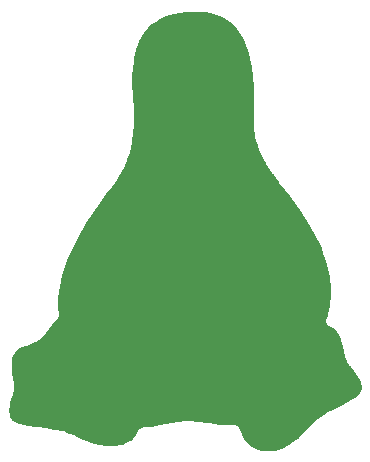
<source format=gbr>
G04 #@! TF.GenerationSoftware,KiCad,Pcbnew,(5.1.5)-3*
G04 #@! TF.CreationDate,2020-04-16T17:00:03+04:00*
G04 #@! TF.ProjectId,drawing,64726177-696e-4672-9e6b-696361645f70,rev?*
G04 #@! TF.SameCoordinates,Original*
G04 #@! TF.FileFunction,Copper,L2,Bot*
G04 #@! TF.FilePolarity,Positive*
%FSLAX46Y46*%
G04 Gerber Fmt 4.6, Leading zero omitted, Abs format (unit mm)*
G04 Created by KiCad (PCBNEW (5.1.5)-3) date 2020-04-16 17:00:03*
%MOMM*%
%LPD*%
G04 APERTURE LIST*
%ADD10C,0.254000*%
G04 APERTURE END LIST*
D10*
G36*
X110144695Y-67759982D02*
G01*
X110594522Y-67809175D01*
X111007040Y-67887564D01*
X111384417Y-67992752D01*
X111729142Y-68122604D01*
X112043972Y-68275387D01*
X112331704Y-68449834D01*
X112594965Y-68645109D01*
X112836114Y-68860765D01*
X113057027Y-69096495D01*
X113259102Y-69351947D01*
X113443381Y-69626628D01*
X113610608Y-69919769D01*
X113761377Y-70230322D01*
X113896220Y-70556988D01*
X114015680Y-70898248D01*
X114120367Y-71252444D01*
X114210968Y-71617845D01*
X114288233Y-71992595D01*
X114352202Y-72370149D01*
X114448658Y-73155621D01*
X114505879Y-73942950D01*
X114533048Y-74723610D01*
X114539013Y-75482881D01*
X114524315Y-76865639D01*
X114523440Y-76877340D01*
X114523957Y-76899280D01*
X114523724Y-76921203D01*
X114524749Y-76932880D01*
X114533773Y-77315815D01*
X114533646Y-77339548D01*
X114534564Y-77349413D01*
X114534798Y-77359323D01*
X114537682Y-77382897D01*
X114572971Y-77761912D01*
X114574476Y-77785526D01*
X114576090Y-77795413D01*
X114577017Y-77805368D01*
X114581502Y-77828564D01*
X114640914Y-78192479D01*
X114643940Y-78215420D01*
X114646334Y-78225674D01*
X114648028Y-78236053D01*
X114653971Y-78258394D01*
X114735503Y-78607676D01*
X114739825Y-78629450D01*
X114743140Y-78640394D01*
X114745743Y-78651545D01*
X114752891Y-78672584D01*
X114854419Y-79007760D01*
X114859740Y-79028006D01*
X114864165Y-79039937D01*
X114867854Y-79052114D01*
X114875856Y-79071455D01*
X114995237Y-79393302D01*
X115001203Y-79411704D01*
X115006919Y-79424797D01*
X115011897Y-79438216D01*
X115020384Y-79455635D01*
X115155444Y-79764970D01*
X115161705Y-79781369D01*
X115168892Y-79795771D01*
X115175338Y-79810534D01*
X115183911Y-79825866D01*
X115332558Y-80123731D01*
X115338782Y-80138041D01*
X115347570Y-80153810D01*
X115355632Y-80169966D01*
X115363937Y-80183182D01*
X115524160Y-80470701D01*
X115530056Y-80482913D01*
X115540521Y-80500061D01*
X115550308Y-80517623D01*
X115558044Y-80528772D01*
X115730366Y-80811129D01*
X115738091Y-80825371D01*
X115747896Y-80839852D01*
X115756991Y-80854755D01*
X115766731Y-80867671D01*
X116162274Y-81451866D01*
X116169812Y-81464449D01*
X116181131Y-81479717D01*
X116191779Y-81495444D01*
X116201148Y-81506719D01*
X116620769Y-82072753D01*
X116624270Y-82078350D01*
X116640789Y-82099759D01*
X116656908Y-82121502D01*
X116661345Y-82126399D01*
X117092995Y-82685822D01*
X117097398Y-82692508D01*
X117113539Y-82712447D01*
X117129211Y-82732758D01*
X117134700Y-82738587D01*
X117545257Y-83245748D01*
X117986906Y-83819154D01*
X118436498Y-84439868D01*
X118882858Y-85103620D01*
X119314888Y-85806073D01*
X119721506Y-86542665D01*
X120094294Y-87313892D01*
X120260552Y-87701991D01*
X120414193Y-88096375D01*
X120636636Y-88759102D01*
X120814228Y-89429353D01*
X120944266Y-90115173D01*
X120987908Y-90450799D01*
X121018287Y-90794167D01*
X121033964Y-91138706D01*
X121034324Y-91484251D01*
X121018745Y-91830651D01*
X120986593Y-92177805D01*
X120937202Y-92525689D01*
X120869889Y-92874206D01*
X120783927Y-93223359D01*
X120675685Y-93582644D01*
X120657180Y-93639378D01*
X120652244Y-93680679D01*
X120644206Y-93721494D01*
X120644256Y-93747516D01*
X120641167Y-93773358D01*
X120644384Y-93814833D01*
X120644463Y-93856426D01*
X120649589Y-93881940D01*
X120651601Y-93907887D01*
X120662846Y-93947933D01*
X120671039Y-93988717D01*
X120681044Y-94012742D01*
X120688079Y-94037795D01*
X120706921Y-94074879D01*
X120722913Y-94113280D01*
X120737412Y-94134890D01*
X120749200Y-94158091D01*
X120774913Y-94190784D01*
X120798091Y-94225330D01*
X120816532Y-94243701D01*
X120832616Y-94264151D01*
X120864210Y-94291197D01*
X120893685Y-94320560D01*
X120915353Y-94334978D01*
X120935120Y-94351900D01*
X120971391Y-94372267D01*
X121006021Y-94395311D01*
X121061188Y-94418039D01*
X121177553Y-94469096D01*
X121273815Y-94521887D01*
X121370435Y-94586908D01*
X121465953Y-94664699D01*
X121573975Y-94773893D01*
X121659904Y-94889191D01*
X121737859Y-95025491D01*
X121808423Y-95183558D01*
X121871855Y-95361917D01*
X121928036Y-95554437D01*
X122033229Y-95993349D01*
X122130752Y-96415288D01*
X122133225Y-96429582D01*
X122138316Y-96448014D01*
X122142631Y-96466683D01*
X122147277Y-96480456D01*
X122237281Y-96806319D01*
X122237364Y-96807399D01*
X122255176Y-96871105D01*
X122263911Y-96902731D01*
X122264302Y-96903746D01*
X122264593Y-96904787D01*
X122276415Y-96935193D01*
X122300258Y-96997096D01*
X122300839Y-96998014D01*
X122393675Y-97236797D01*
X122396167Y-97248533D01*
X122418079Y-97299565D01*
X122425964Y-97319847D01*
X122431358Y-97330493D01*
X122436064Y-97341453D01*
X122446560Y-97360497D01*
X122471669Y-97410052D01*
X122479078Y-97419494D01*
X122506988Y-97470131D01*
X122510669Y-97480557D01*
X122539500Y-97529119D01*
X122550457Y-97548998D01*
X122556685Y-97558063D01*
X122562293Y-97567510D01*
X122575727Y-97585783D01*
X122607715Y-97632348D01*
X122615634Y-97640065D01*
X122645007Y-97680020D01*
X122651560Y-97692620D01*
X122678522Y-97726241D01*
X122683267Y-97733131D01*
X122689338Y-97740321D01*
X122695320Y-97748457D01*
X122702494Y-97756440D01*
X122709990Y-97765994D01*
X122712529Y-97768647D01*
X122714824Y-97771509D01*
X122721077Y-97777904D01*
X122975415Y-98079088D01*
X123191864Y-98362357D01*
X123363889Y-98618528D01*
X123493157Y-98846850D01*
X123582608Y-99046562D01*
X123636938Y-99217877D01*
X123662438Y-99363658D01*
X123665327Y-99488831D01*
X123650210Y-99595258D01*
X123619531Y-99690070D01*
X123570693Y-99784933D01*
X123499505Y-99884597D01*
X123403091Y-99989452D01*
X123281106Y-100097700D01*
X123135368Y-100207155D01*
X122972660Y-100313727D01*
X122571780Y-100542124D01*
X122115805Y-100776229D01*
X121133382Y-101278032D01*
X121117018Y-101285467D01*
X121103441Y-101293325D01*
X121089472Y-101300460D01*
X121074347Y-101310164D01*
X120597568Y-101586108D01*
X120576242Y-101597681D01*
X120568435Y-101602969D01*
X120560294Y-101607681D01*
X120540639Y-101621797D01*
X120076603Y-101936121D01*
X120056264Y-101949087D01*
X120048760Y-101954980D01*
X120040865Y-101960328D01*
X120022329Y-101975738D01*
X119812714Y-102140355D01*
X119797023Y-102151650D01*
X119786252Y-102161137D01*
X119774984Y-102169986D01*
X119761046Y-102183337D01*
X119562369Y-102358328D01*
X119545588Y-102372100D01*
X119537142Y-102380547D01*
X119528179Y-102388441D01*
X119513373Y-102404318D01*
X119322044Y-102595661D01*
X119304608Y-102612142D01*
X119298269Y-102619438D01*
X119291439Y-102626268D01*
X119276224Y-102644809D01*
X119086629Y-102863011D01*
X118712593Y-103282445D01*
X118335583Y-103639651D01*
X117948692Y-103946506D01*
X117556289Y-104202511D01*
X117162790Y-104407414D01*
X116772552Y-104561307D01*
X116389704Y-104664698D01*
X116007240Y-104720048D01*
X115839088Y-104727842D01*
X115664454Y-104723752D01*
X115493763Y-104707523D01*
X115327357Y-104679349D01*
X115165481Y-104639370D01*
X115008360Y-104587675D01*
X114856145Y-104524268D01*
X114708973Y-104449064D01*
X114566971Y-104361876D01*
X114430292Y-104262414D01*
X114299100Y-104150268D01*
X114173681Y-104024974D01*
X114054384Y-103885987D01*
X113941670Y-103732731D01*
X113836128Y-103564648D01*
X113738330Y-103380999D01*
X113659177Y-103197982D01*
X113611985Y-103038385D01*
X113611126Y-103030829D01*
X113592887Y-102973799D01*
X113585473Y-102948725D01*
X113582625Y-102941711D01*
X113570024Y-102902309D01*
X113557305Y-102879349D01*
X113547431Y-102855030D01*
X113524688Y-102820471D01*
X113504638Y-102784276D01*
X113487684Y-102764238D01*
X113473256Y-102742314D01*
X113444204Y-102712851D01*
X113417481Y-102681268D01*
X113396946Y-102664925D01*
X113378516Y-102646234D01*
X113344278Y-102623007D01*
X113311904Y-102597242D01*
X113288570Y-102585217D01*
X113266853Y-102570484D01*
X113228741Y-102554383D01*
X113191962Y-102535428D01*
X113166738Y-102528188D01*
X113142557Y-102517972D01*
X113102032Y-102509615D01*
X113062266Y-102498201D01*
X113036108Y-102496021D01*
X113010404Y-102490720D01*
X112969030Y-102490429D01*
X112961492Y-102489801D01*
X112935382Y-102490193D01*
X112875475Y-102489772D01*
X112868001Y-102491204D01*
X112372494Y-102498641D01*
X111854914Y-102469178D01*
X111343773Y-102413319D01*
X110868455Y-102346804D01*
X110867043Y-102346469D01*
X110834943Y-102342115D01*
X110803232Y-102337677D01*
X110801798Y-102337618D01*
X109878272Y-102212339D01*
X109856567Y-102208641D01*
X109844953Y-102207820D01*
X109833419Y-102206255D01*
X109811422Y-102205448D01*
X109377063Y-102174730D01*
X109345895Y-102172327D01*
X109343735Y-102172373D01*
X109341559Y-102172219D01*
X109310083Y-102173087D01*
X108902161Y-102181749D01*
X108881555Y-102181403D01*
X108868556Y-102182463D01*
X108855513Y-102182740D01*
X108835047Y-102185196D01*
X108288079Y-102229800D01*
X108272180Y-102230270D01*
X108254562Y-102232533D01*
X108236866Y-102233976D01*
X108221222Y-102236815D01*
X107729057Y-102300031D01*
X107712693Y-102301301D01*
X107695702Y-102304316D01*
X107678595Y-102306513D01*
X107662607Y-102310188D01*
X106784254Y-102466034D01*
X106781350Y-102466284D01*
X106751058Y-102471924D01*
X106720854Y-102477283D01*
X106718060Y-102478068D01*
X105971433Y-102617078D01*
X105651894Y-102658749D01*
X105342694Y-102675376D01*
X105289490Y-102676022D01*
X105242457Y-102685973D01*
X105194937Y-102693248D01*
X105176583Y-102699911D01*
X105157481Y-102703953D01*
X105113296Y-102722887D01*
X105068103Y-102739294D01*
X105051401Y-102749410D01*
X105033456Y-102757100D01*
X104993815Y-102784289D01*
X104952689Y-102809199D01*
X104938281Y-102822380D01*
X104922182Y-102833422D01*
X104888605Y-102867825D01*
X104853132Y-102900277D01*
X104841572Y-102916015D01*
X104827936Y-102929987D01*
X104801719Y-102970275D01*
X104773255Y-103009027D01*
X104750725Y-103057240D01*
X104628216Y-103293293D01*
X104497917Y-103483270D01*
X104348071Y-103652794D01*
X104178899Y-103802911D01*
X103990455Y-103933965D01*
X103782904Y-104045641D01*
X103556695Y-104137123D01*
X103316587Y-104206151D01*
X102939314Y-104270366D01*
X102536124Y-104292474D01*
X102105823Y-104271550D01*
X101652491Y-104206342D01*
X101180521Y-104096087D01*
X100694381Y-103940434D01*
X100198472Y-103739338D01*
X99687914Y-103488458D01*
X99430420Y-103360116D01*
X99410924Y-103349569D01*
X99400331Y-103345119D01*
X99390049Y-103339994D01*
X99369341Y-103332100D01*
X99127113Y-103230339D01*
X99109192Y-103221943D01*
X99096141Y-103217327D01*
X99083358Y-103211957D01*
X99064425Y-103206110D01*
X98821074Y-103120043D01*
X98804954Y-103113467D01*
X98789393Y-103108838D01*
X98774071Y-103103419D01*
X98757152Y-103099247D01*
X98507773Y-103025063D01*
X98487438Y-103018216D01*
X98475513Y-103015467D01*
X98463813Y-103011986D01*
X98442794Y-103007923D01*
X97903481Y-102883575D01*
X97883129Y-102878089D01*
X97870723Y-102876022D01*
X97858471Y-102873197D01*
X97837568Y-102870498D01*
X97299870Y-102780907D01*
X97285728Y-102777730D01*
X97266735Y-102775386D01*
X97247824Y-102772235D01*
X97233337Y-102771264D01*
X96138867Y-102636189D01*
X95628676Y-102568855D01*
X95168170Y-102486995D01*
X94973616Y-102440329D01*
X94793202Y-102385500D01*
X94634619Y-102323820D01*
X94499995Y-102256243D01*
X94389698Y-102184064D01*
X94301512Y-102107719D01*
X94230856Y-102024918D01*
X94172184Y-101928273D01*
X94125011Y-101812538D01*
X94091315Y-101673256D01*
X94073972Y-101503046D01*
X94077339Y-101296908D01*
X94105685Y-101052785D01*
X94162266Y-100770307D01*
X94249242Y-100449737D01*
X94371829Y-100079608D01*
X94381696Y-100050668D01*
X94382382Y-100047746D01*
X94383326Y-100044894D01*
X94390051Y-100015054D01*
X94411676Y-99922871D01*
X94414788Y-99915587D01*
X94427057Y-99857304D01*
X94432957Y-99832152D01*
X94433997Y-99824334D01*
X94435618Y-99816633D01*
X94438431Y-99791004D01*
X94446291Y-99731912D01*
X94445783Y-99724003D01*
X94451356Y-99673223D01*
X94453759Y-99664882D01*
X94458705Y-99606254D01*
X94461438Y-99581351D01*
X94461534Y-99572723D01*
X94462260Y-99564117D01*
X94461909Y-99539048D01*
X94462563Y-99480234D01*
X94460965Y-99471704D01*
X94456540Y-99155997D01*
X94456247Y-99124176D01*
X94456071Y-99122544D01*
X94456048Y-99120895D01*
X94452475Y-99089179D01*
X94409990Y-98695050D01*
X94409397Y-98682292D01*
X94406383Y-98661596D01*
X94404145Y-98640830D01*
X94401541Y-98628343D01*
X94340643Y-98210114D01*
X94282242Y-97772909D01*
X94266185Y-97578141D01*
X94261779Y-97393203D01*
X94271014Y-97223879D01*
X94294638Y-97071168D01*
X94333019Y-96933988D01*
X94391415Y-96799497D01*
X94480909Y-96647884D01*
X94576795Y-96524322D01*
X94681518Y-96419129D01*
X94796662Y-96327269D01*
X94923567Y-96245500D01*
X95055091Y-96175792D01*
X95381490Y-96039549D01*
X95699646Y-95925781D01*
X95709243Y-95923080D01*
X95731293Y-95914464D01*
X95753610Y-95906484D01*
X95762633Y-95902219D01*
X96013307Y-95804271D01*
X96016662Y-95803640D01*
X96076069Y-95779748D01*
X96104303Y-95768716D01*
X96107332Y-95767175D01*
X96110482Y-95765908D01*
X96137342Y-95751906D01*
X96194430Y-95722859D01*
X96197113Y-95720746D01*
X96391168Y-95619584D01*
X96403389Y-95615513D01*
X96450877Y-95588457D01*
X96469399Y-95578801D01*
X96480132Y-95571789D01*
X96491252Y-95565453D01*
X96508275Y-95553401D01*
X96554055Y-95523491D01*
X96563260Y-95514474D01*
X96603415Y-95486046D01*
X96609141Y-95483364D01*
X96658403Y-95447116D01*
X96680775Y-95431278D01*
X96685528Y-95427158D01*
X96690590Y-95423433D01*
X96710958Y-95405112D01*
X96757184Y-95365039D01*
X96761062Y-95360045D01*
X96802122Y-95323112D01*
X96817183Y-95313056D01*
X96852163Y-95278101D01*
X96863823Y-95267613D01*
X96875980Y-95254301D01*
X96888713Y-95241577D01*
X96898653Y-95229473D01*
X96932015Y-95192942D01*
X96941385Y-95177442D01*
X97148458Y-94925305D01*
X97162268Y-94909719D01*
X97169816Y-94899298D01*
X97177966Y-94889375D01*
X97189521Y-94872095D01*
X97427969Y-94542909D01*
X97675109Y-94204823D01*
X97928625Y-93898970D01*
X98032363Y-93794939D01*
X98035089Y-93793074D01*
X98079939Y-93747228D01*
X98101425Y-93725682D01*
X98103508Y-93723137D01*
X98129448Y-93696621D01*
X98146128Y-93671055D01*
X98165467Y-93647423D01*
X98182910Y-93614678D01*
X98203178Y-93583613D01*
X98214552Y-93555278D01*
X98228906Y-93528333D01*
X98239623Y-93492823D01*
X98253445Y-93458392D01*
X98259073Y-93428381D01*
X98267894Y-93399155D01*
X98271478Y-93362236D01*
X98278316Y-93325771D01*
X98277981Y-93295235D01*
X98280930Y-93264854D01*
X98277243Y-93227951D01*
X98277207Y-93224654D01*
X98273884Y-93194333D01*
X98267516Y-93130589D01*
X98266554Y-93127433D01*
X98222839Y-92728494D01*
X98206550Y-92283290D01*
X98220517Y-91829994D01*
X98263434Y-91369648D01*
X98333925Y-90903446D01*
X98430505Y-90432754D01*
X98551603Y-89958939D01*
X98695444Y-89483793D01*
X98871095Y-88979332D01*
X99068191Y-88476607D01*
X99284703Y-87976867D01*
X99518398Y-87481786D01*
X99767050Y-86992906D01*
X100026476Y-86515311D01*
X100580169Y-85578883D01*
X101154384Y-84696020D01*
X101732799Y-83874597D01*
X102296645Y-83126290D01*
X102791521Y-82507150D01*
X102792755Y-82506100D01*
X102833501Y-82454629D01*
X102853633Y-82429441D01*
X102854518Y-82428079D01*
X102855520Y-82426813D01*
X102872866Y-82399837D01*
X102908723Y-82344642D01*
X102909325Y-82343134D01*
X103272005Y-81779083D01*
X103285239Y-81759793D01*
X103290173Y-81750829D01*
X103295715Y-81742209D01*
X103306394Y-81721355D01*
X103630709Y-81132077D01*
X103643643Y-81109805D01*
X103646920Y-81102621D01*
X103650723Y-81095711D01*
X103660861Y-81072059D01*
X103924219Y-80494715D01*
X103935857Y-80470465D01*
X103938143Y-80464189D01*
X103940925Y-80458090D01*
X103949663Y-80432561D01*
X104157732Y-79861313D01*
X104167333Y-79836548D01*
X104169222Y-79829766D01*
X104171636Y-79823139D01*
X104178249Y-79797360D01*
X104337160Y-79226890D01*
X104344380Y-79203392D01*
X104346179Y-79194513D01*
X104348611Y-79185783D01*
X104352857Y-79161558D01*
X104469363Y-78586579D01*
X104474320Y-78565995D01*
X104476037Y-78553643D01*
X104478515Y-78541414D01*
X104480667Y-78520336D01*
X104562047Y-77934903D01*
X104565187Y-77918314D01*
X104566675Y-77901613D01*
X104568985Y-77884996D01*
X104569660Y-77868116D01*
X104625059Y-77246365D01*
X104628034Y-77215668D01*
X104628030Y-77213025D01*
X104628266Y-77210375D01*
X104627977Y-77179367D01*
X104627222Y-76697257D01*
X104628021Y-76681038D01*
X104627169Y-76663650D01*
X104627142Y-76646224D01*
X104625524Y-76630055D01*
X104598603Y-76080442D01*
X104598742Y-76076863D01*
X104596957Y-76046827D01*
X104595486Y-76016804D01*
X104594962Y-76013265D01*
X104513372Y-74640708D01*
X104489370Y-73882149D01*
X104495821Y-73105118D01*
X104546557Y-72321060D01*
X104591356Y-71943765D01*
X104652295Y-71567789D01*
X104730037Y-71200870D01*
X104825793Y-70845140D01*
X104940665Y-70502618D01*
X105075686Y-70175087D01*
X105231904Y-69863993D01*
X105410462Y-69570480D01*
X105612807Y-69295260D01*
X105840820Y-69038779D01*
X106096960Y-68801352D01*
X106384273Y-68583435D01*
X106706250Y-68385885D01*
X107066631Y-68210109D01*
X107469103Y-68058114D01*
X107917024Y-67932425D01*
X108413402Y-67835882D01*
X108965250Y-67770961D01*
X109316880Y-67749212D01*
X109653290Y-67742417D01*
X110144695Y-67759982D01*
G37*
X110144695Y-67759982D02*
X110594522Y-67809175D01*
X111007040Y-67887564D01*
X111384417Y-67992752D01*
X111729142Y-68122604D01*
X112043972Y-68275387D01*
X112331704Y-68449834D01*
X112594965Y-68645109D01*
X112836114Y-68860765D01*
X113057027Y-69096495D01*
X113259102Y-69351947D01*
X113443381Y-69626628D01*
X113610608Y-69919769D01*
X113761377Y-70230322D01*
X113896220Y-70556988D01*
X114015680Y-70898248D01*
X114120367Y-71252444D01*
X114210968Y-71617845D01*
X114288233Y-71992595D01*
X114352202Y-72370149D01*
X114448658Y-73155621D01*
X114505879Y-73942950D01*
X114533048Y-74723610D01*
X114539013Y-75482881D01*
X114524315Y-76865639D01*
X114523440Y-76877340D01*
X114523957Y-76899280D01*
X114523724Y-76921203D01*
X114524749Y-76932880D01*
X114533773Y-77315815D01*
X114533646Y-77339548D01*
X114534564Y-77349413D01*
X114534798Y-77359323D01*
X114537682Y-77382897D01*
X114572971Y-77761912D01*
X114574476Y-77785526D01*
X114576090Y-77795413D01*
X114577017Y-77805368D01*
X114581502Y-77828564D01*
X114640914Y-78192479D01*
X114643940Y-78215420D01*
X114646334Y-78225674D01*
X114648028Y-78236053D01*
X114653971Y-78258394D01*
X114735503Y-78607676D01*
X114739825Y-78629450D01*
X114743140Y-78640394D01*
X114745743Y-78651545D01*
X114752891Y-78672584D01*
X114854419Y-79007760D01*
X114859740Y-79028006D01*
X114864165Y-79039937D01*
X114867854Y-79052114D01*
X114875856Y-79071455D01*
X114995237Y-79393302D01*
X115001203Y-79411704D01*
X115006919Y-79424797D01*
X115011897Y-79438216D01*
X115020384Y-79455635D01*
X115155444Y-79764970D01*
X115161705Y-79781369D01*
X115168892Y-79795771D01*
X115175338Y-79810534D01*
X115183911Y-79825866D01*
X115332558Y-80123731D01*
X115338782Y-80138041D01*
X115347570Y-80153810D01*
X115355632Y-80169966D01*
X115363937Y-80183182D01*
X115524160Y-80470701D01*
X115530056Y-80482913D01*
X115540521Y-80500061D01*
X115550308Y-80517623D01*
X115558044Y-80528772D01*
X115730366Y-80811129D01*
X115738091Y-80825371D01*
X115747896Y-80839852D01*
X115756991Y-80854755D01*
X115766731Y-80867671D01*
X116162274Y-81451866D01*
X116169812Y-81464449D01*
X116181131Y-81479717D01*
X116191779Y-81495444D01*
X116201148Y-81506719D01*
X116620769Y-82072753D01*
X116624270Y-82078350D01*
X116640789Y-82099759D01*
X116656908Y-82121502D01*
X116661345Y-82126399D01*
X117092995Y-82685822D01*
X117097398Y-82692508D01*
X117113539Y-82712447D01*
X117129211Y-82732758D01*
X117134700Y-82738587D01*
X117545257Y-83245748D01*
X117986906Y-83819154D01*
X118436498Y-84439868D01*
X118882858Y-85103620D01*
X119314888Y-85806073D01*
X119721506Y-86542665D01*
X120094294Y-87313892D01*
X120260552Y-87701991D01*
X120414193Y-88096375D01*
X120636636Y-88759102D01*
X120814228Y-89429353D01*
X120944266Y-90115173D01*
X120987908Y-90450799D01*
X121018287Y-90794167D01*
X121033964Y-91138706D01*
X121034324Y-91484251D01*
X121018745Y-91830651D01*
X120986593Y-92177805D01*
X120937202Y-92525689D01*
X120869889Y-92874206D01*
X120783927Y-93223359D01*
X120675685Y-93582644D01*
X120657180Y-93639378D01*
X120652244Y-93680679D01*
X120644206Y-93721494D01*
X120644256Y-93747516D01*
X120641167Y-93773358D01*
X120644384Y-93814833D01*
X120644463Y-93856426D01*
X120649589Y-93881940D01*
X120651601Y-93907887D01*
X120662846Y-93947933D01*
X120671039Y-93988717D01*
X120681044Y-94012742D01*
X120688079Y-94037795D01*
X120706921Y-94074879D01*
X120722913Y-94113280D01*
X120737412Y-94134890D01*
X120749200Y-94158091D01*
X120774913Y-94190784D01*
X120798091Y-94225330D01*
X120816532Y-94243701D01*
X120832616Y-94264151D01*
X120864210Y-94291197D01*
X120893685Y-94320560D01*
X120915353Y-94334978D01*
X120935120Y-94351900D01*
X120971391Y-94372267D01*
X121006021Y-94395311D01*
X121061188Y-94418039D01*
X121177553Y-94469096D01*
X121273815Y-94521887D01*
X121370435Y-94586908D01*
X121465953Y-94664699D01*
X121573975Y-94773893D01*
X121659904Y-94889191D01*
X121737859Y-95025491D01*
X121808423Y-95183558D01*
X121871855Y-95361917D01*
X121928036Y-95554437D01*
X122033229Y-95993349D01*
X122130752Y-96415288D01*
X122133225Y-96429582D01*
X122138316Y-96448014D01*
X122142631Y-96466683D01*
X122147277Y-96480456D01*
X122237281Y-96806319D01*
X122237364Y-96807399D01*
X122255176Y-96871105D01*
X122263911Y-96902731D01*
X122264302Y-96903746D01*
X122264593Y-96904787D01*
X122276415Y-96935193D01*
X122300258Y-96997096D01*
X122300839Y-96998014D01*
X122393675Y-97236797D01*
X122396167Y-97248533D01*
X122418079Y-97299565D01*
X122425964Y-97319847D01*
X122431358Y-97330493D01*
X122436064Y-97341453D01*
X122446560Y-97360497D01*
X122471669Y-97410052D01*
X122479078Y-97419494D01*
X122506988Y-97470131D01*
X122510669Y-97480557D01*
X122539500Y-97529119D01*
X122550457Y-97548998D01*
X122556685Y-97558063D01*
X122562293Y-97567510D01*
X122575727Y-97585783D01*
X122607715Y-97632348D01*
X122615634Y-97640065D01*
X122645007Y-97680020D01*
X122651560Y-97692620D01*
X122678522Y-97726241D01*
X122683267Y-97733131D01*
X122689338Y-97740321D01*
X122695320Y-97748457D01*
X122702494Y-97756440D01*
X122709990Y-97765994D01*
X122712529Y-97768647D01*
X122714824Y-97771509D01*
X122721077Y-97777904D01*
X122975415Y-98079088D01*
X123191864Y-98362357D01*
X123363889Y-98618528D01*
X123493157Y-98846850D01*
X123582608Y-99046562D01*
X123636938Y-99217877D01*
X123662438Y-99363658D01*
X123665327Y-99488831D01*
X123650210Y-99595258D01*
X123619531Y-99690070D01*
X123570693Y-99784933D01*
X123499505Y-99884597D01*
X123403091Y-99989452D01*
X123281106Y-100097700D01*
X123135368Y-100207155D01*
X122972660Y-100313727D01*
X122571780Y-100542124D01*
X122115805Y-100776229D01*
X121133382Y-101278032D01*
X121117018Y-101285467D01*
X121103441Y-101293325D01*
X121089472Y-101300460D01*
X121074347Y-101310164D01*
X120597568Y-101586108D01*
X120576242Y-101597681D01*
X120568435Y-101602969D01*
X120560294Y-101607681D01*
X120540639Y-101621797D01*
X120076603Y-101936121D01*
X120056264Y-101949087D01*
X120048760Y-101954980D01*
X120040865Y-101960328D01*
X120022329Y-101975738D01*
X119812714Y-102140355D01*
X119797023Y-102151650D01*
X119786252Y-102161137D01*
X119774984Y-102169986D01*
X119761046Y-102183337D01*
X119562369Y-102358328D01*
X119545588Y-102372100D01*
X119537142Y-102380547D01*
X119528179Y-102388441D01*
X119513373Y-102404318D01*
X119322044Y-102595661D01*
X119304608Y-102612142D01*
X119298269Y-102619438D01*
X119291439Y-102626268D01*
X119276224Y-102644809D01*
X119086629Y-102863011D01*
X118712593Y-103282445D01*
X118335583Y-103639651D01*
X117948692Y-103946506D01*
X117556289Y-104202511D01*
X117162790Y-104407414D01*
X116772552Y-104561307D01*
X116389704Y-104664698D01*
X116007240Y-104720048D01*
X115839088Y-104727842D01*
X115664454Y-104723752D01*
X115493763Y-104707523D01*
X115327357Y-104679349D01*
X115165481Y-104639370D01*
X115008360Y-104587675D01*
X114856145Y-104524268D01*
X114708973Y-104449064D01*
X114566971Y-104361876D01*
X114430292Y-104262414D01*
X114299100Y-104150268D01*
X114173681Y-104024974D01*
X114054384Y-103885987D01*
X113941670Y-103732731D01*
X113836128Y-103564648D01*
X113738330Y-103380999D01*
X113659177Y-103197982D01*
X113611985Y-103038385D01*
X113611126Y-103030829D01*
X113592887Y-102973799D01*
X113585473Y-102948725D01*
X113582625Y-102941711D01*
X113570024Y-102902309D01*
X113557305Y-102879349D01*
X113547431Y-102855030D01*
X113524688Y-102820471D01*
X113504638Y-102784276D01*
X113487684Y-102764238D01*
X113473256Y-102742314D01*
X113444204Y-102712851D01*
X113417481Y-102681268D01*
X113396946Y-102664925D01*
X113378516Y-102646234D01*
X113344278Y-102623007D01*
X113311904Y-102597242D01*
X113288570Y-102585217D01*
X113266853Y-102570484D01*
X113228741Y-102554383D01*
X113191962Y-102535428D01*
X113166738Y-102528188D01*
X113142557Y-102517972D01*
X113102032Y-102509615D01*
X113062266Y-102498201D01*
X113036108Y-102496021D01*
X113010404Y-102490720D01*
X112969030Y-102490429D01*
X112961492Y-102489801D01*
X112935382Y-102490193D01*
X112875475Y-102489772D01*
X112868001Y-102491204D01*
X112372494Y-102498641D01*
X111854914Y-102469178D01*
X111343773Y-102413319D01*
X110868455Y-102346804D01*
X110867043Y-102346469D01*
X110834943Y-102342115D01*
X110803232Y-102337677D01*
X110801798Y-102337618D01*
X109878272Y-102212339D01*
X109856567Y-102208641D01*
X109844953Y-102207820D01*
X109833419Y-102206255D01*
X109811422Y-102205448D01*
X109377063Y-102174730D01*
X109345895Y-102172327D01*
X109343735Y-102172373D01*
X109341559Y-102172219D01*
X109310083Y-102173087D01*
X108902161Y-102181749D01*
X108881555Y-102181403D01*
X108868556Y-102182463D01*
X108855513Y-102182740D01*
X108835047Y-102185196D01*
X108288079Y-102229800D01*
X108272180Y-102230270D01*
X108254562Y-102232533D01*
X108236866Y-102233976D01*
X108221222Y-102236815D01*
X107729057Y-102300031D01*
X107712693Y-102301301D01*
X107695702Y-102304316D01*
X107678595Y-102306513D01*
X107662607Y-102310188D01*
X106784254Y-102466034D01*
X106781350Y-102466284D01*
X106751058Y-102471924D01*
X106720854Y-102477283D01*
X106718060Y-102478068D01*
X105971433Y-102617078D01*
X105651894Y-102658749D01*
X105342694Y-102675376D01*
X105289490Y-102676022D01*
X105242457Y-102685973D01*
X105194937Y-102693248D01*
X105176583Y-102699911D01*
X105157481Y-102703953D01*
X105113296Y-102722887D01*
X105068103Y-102739294D01*
X105051401Y-102749410D01*
X105033456Y-102757100D01*
X104993815Y-102784289D01*
X104952689Y-102809199D01*
X104938281Y-102822380D01*
X104922182Y-102833422D01*
X104888605Y-102867825D01*
X104853132Y-102900277D01*
X104841572Y-102916015D01*
X104827936Y-102929987D01*
X104801719Y-102970275D01*
X104773255Y-103009027D01*
X104750725Y-103057240D01*
X104628216Y-103293293D01*
X104497917Y-103483270D01*
X104348071Y-103652794D01*
X104178899Y-103802911D01*
X103990455Y-103933965D01*
X103782904Y-104045641D01*
X103556695Y-104137123D01*
X103316587Y-104206151D01*
X102939314Y-104270366D01*
X102536124Y-104292474D01*
X102105823Y-104271550D01*
X101652491Y-104206342D01*
X101180521Y-104096087D01*
X100694381Y-103940434D01*
X100198472Y-103739338D01*
X99687914Y-103488458D01*
X99430420Y-103360116D01*
X99410924Y-103349569D01*
X99400331Y-103345119D01*
X99390049Y-103339994D01*
X99369341Y-103332100D01*
X99127113Y-103230339D01*
X99109192Y-103221943D01*
X99096141Y-103217327D01*
X99083358Y-103211957D01*
X99064425Y-103206110D01*
X98821074Y-103120043D01*
X98804954Y-103113467D01*
X98789393Y-103108838D01*
X98774071Y-103103419D01*
X98757152Y-103099247D01*
X98507773Y-103025063D01*
X98487438Y-103018216D01*
X98475513Y-103015467D01*
X98463813Y-103011986D01*
X98442794Y-103007923D01*
X97903481Y-102883575D01*
X97883129Y-102878089D01*
X97870723Y-102876022D01*
X97858471Y-102873197D01*
X97837568Y-102870498D01*
X97299870Y-102780907D01*
X97285728Y-102777730D01*
X97266735Y-102775386D01*
X97247824Y-102772235D01*
X97233337Y-102771264D01*
X96138867Y-102636189D01*
X95628676Y-102568855D01*
X95168170Y-102486995D01*
X94973616Y-102440329D01*
X94793202Y-102385500D01*
X94634619Y-102323820D01*
X94499995Y-102256243D01*
X94389698Y-102184064D01*
X94301512Y-102107719D01*
X94230856Y-102024918D01*
X94172184Y-101928273D01*
X94125011Y-101812538D01*
X94091315Y-101673256D01*
X94073972Y-101503046D01*
X94077339Y-101296908D01*
X94105685Y-101052785D01*
X94162266Y-100770307D01*
X94249242Y-100449737D01*
X94371829Y-100079608D01*
X94381696Y-100050668D01*
X94382382Y-100047746D01*
X94383326Y-100044894D01*
X94390051Y-100015054D01*
X94411676Y-99922871D01*
X94414788Y-99915587D01*
X94427057Y-99857304D01*
X94432957Y-99832152D01*
X94433997Y-99824334D01*
X94435618Y-99816633D01*
X94438431Y-99791004D01*
X94446291Y-99731912D01*
X94445783Y-99724003D01*
X94451356Y-99673223D01*
X94453759Y-99664882D01*
X94458705Y-99606254D01*
X94461438Y-99581351D01*
X94461534Y-99572723D01*
X94462260Y-99564117D01*
X94461909Y-99539048D01*
X94462563Y-99480234D01*
X94460965Y-99471704D01*
X94456540Y-99155997D01*
X94456247Y-99124176D01*
X94456071Y-99122544D01*
X94456048Y-99120895D01*
X94452475Y-99089179D01*
X94409990Y-98695050D01*
X94409397Y-98682292D01*
X94406383Y-98661596D01*
X94404145Y-98640830D01*
X94401541Y-98628343D01*
X94340643Y-98210114D01*
X94282242Y-97772909D01*
X94266185Y-97578141D01*
X94261779Y-97393203D01*
X94271014Y-97223879D01*
X94294638Y-97071168D01*
X94333019Y-96933988D01*
X94391415Y-96799497D01*
X94480909Y-96647884D01*
X94576795Y-96524322D01*
X94681518Y-96419129D01*
X94796662Y-96327269D01*
X94923567Y-96245500D01*
X95055091Y-96175792D01*
X95381490Y-96039549D01*
X95699646Y-95925781D01*
X95709243Y-95923080D01*
X95731293Y-95914464D01*
X95753610Y-95906484D01*
X95762633Y-95902219D01*
X96013307Y-95804271D01*
X96016662Y-95803640D01*
X96076069Y-95779748D01*
X96104303Y-95768716D01*
X96107332Y-95767175D01*
X96110482Y-95765908D01*
X96137342Y-95751906D01*
X96194430Y-95722859D01*
X96197113Y-95720746D01*
X96391168Y-95619584D01*
X96403389Y-95615513D01*
X96450877Y-95588457D01*
X96469399Y-95578801D01*
X96480132Y-95571789D01*
X96491252Y-95565453D01*
X96508275Y-95553401D01*
X96554055Y-95523491D01*
X96563260Y-95514474D01*
X96603415Y-95486046D01*
X96609141Y-95483364D01*
X96658403Y-95447116D01*
X96680775Y-95431278D01*
X96685528Y-95427158D01*
X96690590Y-95423433D01*
X96710958Y-95405112D01*
X96757184Y-95365039D01*
X96761062Y-95360045D01*
X96802122Y-95323112D01*
X96817183Y-95313056D01*
X96852163Y-95278101D01*
X96863823Y-95267613D01*
X96875980Y-95254301D01*
X96888713Y-95241577D01*
X96898653Y-95229473D01*
X96932015Y-95192942D01*
X96941385Y-95177442D01*
X97148458Y-94925305D01*
X97162268Y-94909719D01*
X97169816Y-94899298D01*
X97177966Y-94889375D01*
X97189521Y-94872095D01*
X97427969Y-94542909D01*
X97675109Y-94204823D01*
X97928625Y-93898970D01*
X98032363Y-93794939D01*
X98035089Y-93793074D01*
X98079939Y-93747228D01*
X98101425Y-93725682D01*
X98103508Y-93723137D01*
X98129448Y-93696621D01*
X98146128Y-93671055D01*
X98165467Y-93647423D01*
X98182910Y-93614678D01*
X98203178Y-93583613D01*
X98214552Y-93555278D01*
X98228906Y-93528333D01*
X98239623Y-93492823D01*
X98253445Y-93458392D01*
X98259073Y-93428381D01*
X98267894Y-93399155D01*
X98271478Y-93362236D01*
X98278316Y-93325771D01*
X98277981Y-93295235D01*
X98280930Y-93264854D01*
X98277243Y-93227951D01*
X98277207Y-93224654D01*
X98273884Y-93194333D01*
X98267516Y-93130589D01*
X98266554Y-93127433D01*
X98222839Y-92728494D01*
X98206550Y-92283290D01*
X98220517Y-91829994D01*
X98263434Y-91369648D01*
X98333925Y-90903446D01*
X98430505Y-90432754D01*
X98551603Y-89958939D01*
X98695444Y-89483793D01*
X98871095Y-88979332D01*
X99068191Y-88476607D01*
X99284703Y-87976867D01*
X99518398Y-87481786D01*
X99767050Y-86992906D01*
X100026476Y-86515311D01*
X100580169Y-85578883D01*
X101154384Y-84696020D01*
X101732799Y-83874597D01*
X102296645Y-83126290D01*
X102791521Y-82507150D01*
X102792755Y-82506100D01*
X102833501Y-82454629D01*
X102853633Y-82429441D01*
X102854518Y-82428079D01*
X102855520Y-82426813D01*
X102872866Y-82399837D01*
X102908723Y-82344642D01*
X102909325Y-82343134D01*
X103272005Y-81779083D01*
X103285239Y-81759793D01*
X103290173Y-81750829D01*
X103295715Y-81742209D01*
X103306394Y-81721355D01*
X103630709Y-81132077D01*
X103643643Y-81109805D01*
X103646920Y-81102621D01*
X103650723Y-81095711D01*
X103660861Y-81072059D01*
X103924219Y-80494715D01*
X103935857Y-80470465D01*
X103938143Y-80464189D01*
X103940925Y-80458090D01*
X103949663Y-80432561D01*
X104157732Y-79861313D01*
X104167333Y-79836548D01*
X104169222Y-79829766D01*
X104171636Y-79823139D01*
X104178249Y-79797360D01*
X104337160Y-79226890D01*
X104344380Y-79203392D01*
X104346179Y-79194513D01*
X104348611Y-79185783D01*
X104352857Y-79161558D01*
X104469363Y-78586579D01*
X104474320Y-78565995D01*
X104476037Y-78553643D01*
X104478515Y-78541414D01*
X104480667Y-78520336D01*
X104562047Y-77934903D01*
X104565187Y-77918314D01*
X104566675Y-77901613D01*
X104568985Y-77884996D01*
X104569660Y-77868116D01*
X104625059Y-77246365D01*
X104628034Y-77215668D01*
X104628030Y-77213025D01*
X104628266Y-77210375D01*
X104627977Y-77179367D01*
X104627222Y-76697257D01*
X104628021Y-76681038D01*
X104627169Y-76663650D01*
X104627142Y-76646224D01*
X104625524Y-76630055D01*
X104598603Y-76080442D01*
X104598742Y-76076863D01*
X104596957Y-76046827D01*
X104595486Y-76016804D01*
X104594962Y-76013265D01*
X104513372Y-74640708D01*
X104489370Y-73882149D01*
X104495821Y-73105118D01*
X104546557Y-72321060D01*
X104591356Y-71943765D01*
X104652295Y-71567789D01*
X104730037Y-71200870D01*
X104825793Y-70845140D01*
X104940665Y-70502618D01*
X105075686Y-70175087D01*
X105231904Y-69863993D01*
X105410462Y-69570480D01*
X105612807Y-69295260D01*
X105840820Y-69038779D01*
X106096960Y-68801352D01*
X106384273Y-68583435D01*
X106706250Y-68385885D01*
X107066631Y-68210109D01*
X107469103Y-68058114D01*
X107917024Y-67932425D01*
X108413402Y-67835882D01*
X108965250Y-67770961D01*
X109316880Y-67749212D01*
X109653290Y-67742417D01*
X110144695Y-67759982D01*
M02*

</source>
